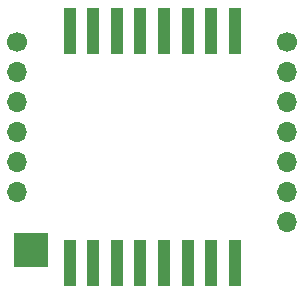
<source format=gts>
G04 #@! TF.GenerationSoftware,KiCad,Pcbnew,6.0.6*
G04 #@! TF.CreationDate,2022-07-10T21:03:59+02:00*
G04 #@! TF.ProjectId,radio_board,72616469-6f5f-4626-9f61-72642e6b6963,rev?*
G04 #@! TF.SameCoordinates,Original*
G04 #@! TF.FileFunction,Soldermask,Top*
G04 #@! TF.FilePolarity,Negative*
%FSLAX46Y46*%
G04 Gerber Fmt 4.6, Leading zero omitted, Abs format (unit mm)*
G04 Created by KiCad (PCBNEW 6.0.6) date 2022-07-10 21:03:59*
%MOMM*%
%LPD*%
G01*
G04 APERTURE LIST*
%ADD10R,3.000000X3.000000*%
%ADD11C,1.700000*%
%ADD12O,1.700000X1.700000*%
%ADD13R,1.000000X4.000000*%
G04 APERTURE END LIST*
D10*
X156114000Y-109022000D03*
D11*
X154940000Y-91440000D03*
D12*
X154940000Y-93980000D03*
X154940000Y-96520000D03*
X154940000Y-99060000D03*
X154940000Y-101600000D03*
X154940000Y-104140000D03*
D11*
X177800000Y-91440000D03*
D12*
X177800000Y-93980000D03*
X177800000Y-96520000D03*
X177800000Y-99060000D03*
X177800000Y-101600000D03*
X177800000Y-104140000D03*
X177800000Y-106680000D03*
D13*
X169370000Y-110180000D03*
X165370000Y-110180000D03*
X173370000Y-110180000D03*
X161370000Y-110180000D03*
X167370000Y-110180000D03*
X171370000Y-110180000D03*
X167370000Y-90480000D03*
X159370000Y-90480000D03*
X169370000Y-90480000D03*
X171370000Y-90480000D03*
X159370000Y-110180000D03*
X165370000Y-90480000D03*
X163370000Y-110180000D03*
X161370000Y-90480000D03*
X163370000Y-90480000D03*
X173370000Y-90480000D03*
M02*

</source>
